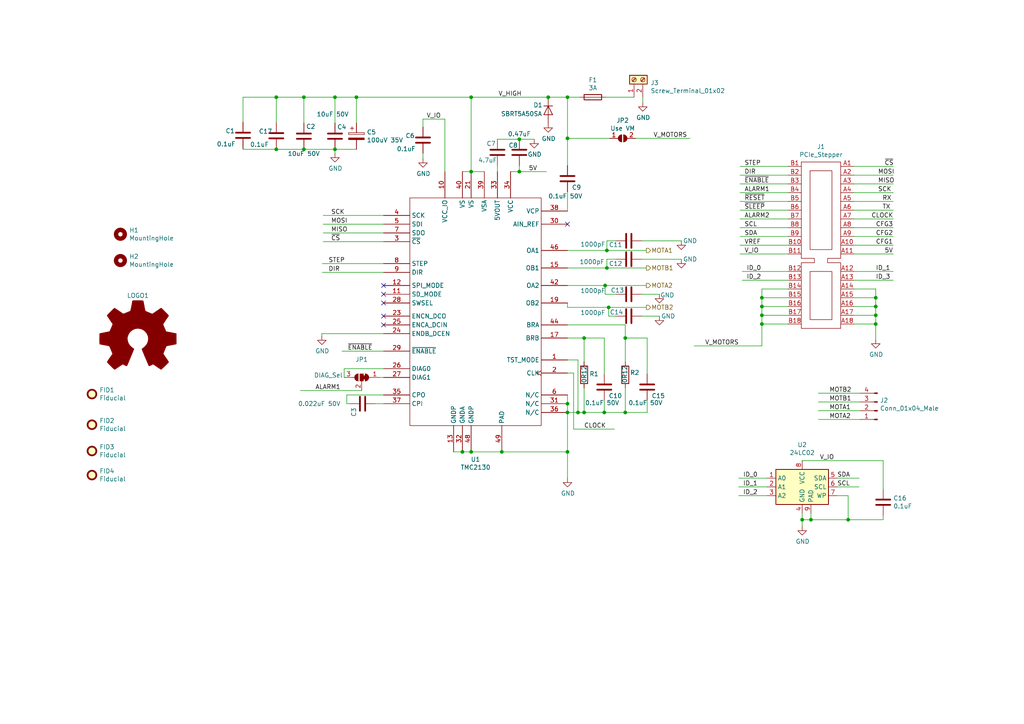
<source format=kicad_sch>
(kicad_sch (version 20200512) (host eeschema "5.99.0-unknown-d72a778~101~ubuntu20.04.1")
  (page 1 1)
  (paper "A4")
  (lib_symbols
    (symbol "24lc02:24LC02" (pin_names (offset 0.508))
      (property "Reference" "U" (at -6.35 6.35 0))
      (property "Value" "24LC02" (at 1.27 6.35 0))
      (symbol "24LC02_1_1"
        (rectangle (start -7.62 5.08) (end 7.62 -5.08) (stroke (width 0.254)) (fill (type background)))
        (pin input line (at -10.16 2.54 0) (length 2.54) (name "A0") (number "1"))
        (pin input line (at -10.16 0 0) (length 2.54) (name "A1") (number "2"))
        (pin input line (at -10.16 -2.54 0) (length 2.54) (name "A2") (number "3"))
        (pin power_in line (at 0 -7.62 90) (length 2.54) (name "GND") (number "4"))
        (pin bidirectional line (at 10.16 2.54 180) (length 2.54) (name "SDA") (number "5"))
        (pin input line (at 10.16 0 180) (length 2.54) (name "SCL") (number "6"))
        (pin input line (at 10.16 -2.54 180) (length 2.54) (name "WP") (number "7"))
        (pin power_in line (at 0 7.62 270) (length 2.54) (name "VCC") (number "8"))
        (pin power_in line (at 2.54 -7.62 90) (length 2.54) (name "PAD") (number "9"))
      )
    )
    (symbol "Connector:Conn_01x04_Male" (pin_names hide)
      (property "Reference" "J" (at 0 5.08 0))
      (property "Value" "Conn_01x04_Male" (at 0 -7.62 0))
      (symbol "Conn_01x04_Male_1_1"
        (rectangle (start 0.8636 -4.953) (end 0 -5.207) (fill (type outline)))
        (rectangle (start 0.8636 -2.413) (end 0 -2.667) (fill (type outline)))
        (rectangle (start 0.8636 0.127) (end 0 -0.127) (fill (type outline)))
        (rectangle (start 0.8636 2.667) (end 0 2.413) (fill (type outline)))
        (polyline (pts (xy 1.27 -5.08) (xy 0.8636 -5.08)))
        (polyline (pts (xy 1.27 -2.54) (xy 0.8636 -2.54)))
        (polyline (pts (xy 1.27 0) (xy 0.8636 0)))
        (polyline (pts (xy 1.27 2.54) (xy 0.8636 2.54)))
        (pin passive line (at 5.08 2.54 180) (length 3.81) (name "Pin_1") (number "1"))
        (pin passive line (at 5.08 0 180) (length 3.81) (name "Pin_2") (number "2"))
        (pin passive line (at 5.08 -2.54 180) (length 3.81) (name "Pin_3") (number "3"))
        (pin passive line (at 5.08 -5.08 180) (length 3.81) (name "Pin_4") (number "4"))
      )
    )
    (symbol "Connector:Screw_Terminal_01x02" (pin_names hide)
      (property "Reference" "J" (at 0 2.54 0))
      (property "Value" "Screw_Terminal_01x02" (at 0 -5.08 0))
      (symbol "Screw_Terminal_01x02_1_1"
        (circle (center 0 -2.54) (radius 0.635))
        (circle (center 0 0) (radius 0.635))
        (rectangle (start -1.27 1.27) (end 1.27 -3.81) (stroke (width 0.254)) (fill (type background)))
        (polyline (pts (xy -0.5334 -2.2098) (xy 0.3302 -3.048)))
        (polyline (pts (xy -0.5334 0.3302) (xy 0.3302 -0.508)))
        (polyline (pts (xy -0.3556 -2.032) (xy 0.508 -2.8702)))
        (polyline (pts (xy -0.3556 0.508) (xy 0.508 -0.3302)))
        (pin passive line (at -5.08 0 0) (length 3.81) (name "Pin_1") (number "1"))
        (pin passive line (at -5.08 -2.54 0) (length 3.81) (name "Pin_2") (number "2"))
      )
    )
    (symbol "Device:C" (pin_numbers hide) (pin_names (offset 0.254))
      (property "Reference" "C" (at 0.635 2.54 0))
      (property "Value" "C" (at 0.635 -2.54 0))
      (symbol "C_0_1"
        (polyline (pts (xy -2.032 -0.762) (xy 2.032 -0.762)) (stroke (width 0.508)))
        (polyline (pts (xy -2.032 0.762) (xy 2.032 0.762)) (stroke (width 0.508)))
      )
      (symbol "C_1_1"
        (pin passive line (at 0 3.81 270) (length 2.794) (name "~") (number "1"))
        (pin passive line (at 0 -3.81 90) (length 2.794) (name "~") (number "2"))
      )
    )
    (symbol "Device:CP" (pin_numbers hide) (pin_names (offset 0.254))
      (property "Reference" "C" (at 0.635 2.54 0))
      (property "Value" "CP" (at 0.635 -2.54 0))
      (symbol "CP_0_1"
        (rectangle (start -2.286 0.508) (end 2.286 1.016))
        (rectangle (start 2.286 -0.508) (end -2.286 -1.016) (fill (type outline)))
        (polyline (pts (xy -1.778 2.286) (xy -0.762 2.286)))
        (polyline (pts (xy -1.27 2.794) (xy -1.27 1.778)))
      )
      (symbol "CP_1_1"
        (pin passive line (at 0 3.81 270) (length 2.794) (name "~") (number "1"))
        (pin passive line (at 0 -3.81 90) (length 2.794) (name "~") (number "2"))
      )
    )
    (symbol "Device:D" (pin_numbers hide) (pin_names hide)
      (property "Reference" "D" (at 0 2.54 0))
      (property "Value" "D" (at 0 -2.54 0))
      (symbol "D_0_1"
        (polyline (pts (xy -1.27 1.27) (xy -1.27 -1.27)) (stroke (width 0.2032)))
        (polyline (pts (xy 1.27 0) (xy -1.27 0)))
        (polyline (pts (xy 1.27 1.27) (xy 1.27 -1.27) (xy -1.27 0) (xy 1.27 1.27)) (stroke (width 0.2032)))
      )
      (symbol "D_1_1"
        (pin passive line (at -3.81 0 0) (length 2.54) (name "K") (number "1"))
        (pin passive line (at 3.81 0 180) (length 2.54) (name "A") (number "2"))
      )
    )
    (symbol "Device:Fuse" (pin_numbers hide) (pin_names (offset 0))
      (property "Reference" "F" (at 2.032 0 90))
      (property "Value" "Fuse" (at -1.905 0 90))
      (symbol "Fuse_0_1"
        (rectangle (start -0.762 -2.54) (end 0.762 2.54) (stroke (width 0.254)))
        (polyline (pts (xy 0 2.54) (xy 0 -2.54)))
      )
      (symbol "Fuse_1_1"
        (pin passive line (at 0 3.81 270) (length 1.27) (name "~") (number "1"))
        (pin passive line (at 0 -3.81 90) (length 1.27) (name "~") (number "2"))
      )
    )
    (symbol "Device:R" (pin_numbers hide) (pin_names (offset 0))
      (property "Reference" "R" (at 2.032 0 90))
      (property "Value" "R" (at 0 0 90))
      (symbol "R_0_1"
        (rectangle (start -1.016 -2.54) (end 1.016 2.54) (stroke (width 0.254)))
      )
      (symbol "R_1_1"
        (pin passive line (at 0 3.81 270) (length 1.27) (name "~") (number "1"))
        (pin passive line (at 0 -3.81 90) (length 1.27) (name "~") (number "2"))
      )
    )
    (symbol "Graphic:Logo_Open_Hardware_Large"
      (symbol "Logo_Open_Hardware_Large_1_1"
        (polyline (pts (xy 6.731 -8.7122) (xy 6.6294 -8.6614) (xy 6.35 -8.4836) (xy 5.9944 -8.255) (xy 5.5372 -7.9502) (xy 5.1054 -7.6454) (xy 4.7498 -7.4168) (xy 4.4958 -7.239) (xy 4.3942 -7.1882) (xy 4.318 -7.2136) (xy 4.1148 -7.3152) (xy 3.81 -7.4676) (xy 3.6322 -7.5692) (xy 3.3528 -7.6708) (xy 3.2258 -7.6962) (xy 3.2004 -7.6708) (xy 3.0988 -7.4676) (xy 2.9464 -7.0866) (xy 2.7178 -6.604) (xy 2.4892 -6.0452) (xy 2.2352 -5.4356) (xy 1.9558 -4.826) (xy 1.7272 -4.2164) (xy 1.4986 -3.683) (xy 1.3208 -3.2512) (xy 1.2192 -2.9464) (xy 1.1684 -2.8194) (xy 1.1938 -2.794) (xy 1.3208 -2.667) (xy 1.5748 -2.4892) (xy 2.0828 -2.0574) (xy 2.6162 -1.397) (xy 2.921 -0.6604) (xy 3.048 0.1524) (xy 2.9464 0.9144) (xy 2.6416 1.6256) (xy 2.1336 2.286) (xy 1.524 2.7686) (xy 0.8128 3.0734) (xy 0 3.175) (xy -0.762 3.0988) (xy -1.4986 2.794) (xy -2.159 2.286) (xy -2.4384 1.9812) (xy -2.8194 1.3208) (xy -3.048 0.6096) (xy -3.0734 0.4318) (xy -3.0226 -0.3556) (xy -2.794 -1.0922) (xy -2.3876 -1.7526) (xy -1.8288 -2.3114) (xy -1.7526 -2.3622) (xy -1.4732 -2.5654) (xy -1.2954 -2.6924) (xy -1.1684 -2.8194) (xy -2.159 -5.207) (xy -2.3114 -5.588) (xy -2.5908 -6.2484) (xy -2.8194 -6.8072) (xy -3.0226 -7.2644) (xy -3.1496 -7.5692) (xy -3.2258 -7.6708) (xy -3.2258 -7.6962) (xy -3.302 -7.6962) (xy -3.4798 -7.6454) (xy -3.8354 -7.4676) (xy -4.0386 -7.366) (xy -4.2926 -7.239) (xy -4.4196 -7.1882) (xy -4.5212 -7.239) (xy -4.7498 -7.3914) (xy -5.1054 -7.6454) (xy -5.5372 -7.9248) (xy -5.9436 -8.2042) (xy -6.3246 -8.4582) (xy -6.604 -8.636) (xy -6.731 -8.7122) (xy -6.7564 -8.7122) (xy -6.858 -8.636) (xy -7.0866 -8.4582) (xy -7.4168 -8.1534) (xy -7.874 -7.6962) (xy -7.9502 -7.62) (xy -8.3312 -7.239) (xy -8.636 -6.9088) (xy -8.8392 -6.6802) (xy -8.9154 -6.5786) (xy -8.9154 -6.5786) (xy -8.8392 -6.4516) (xy -8.6614 -6.1722) (xy -8.4328 -5.7912) (xy -8.128 -5.3594) (xy -7.3152 -4.191) (xy -7.7724 -3.0988) (xy -7.8994 -2.7686) (xy -8.0772 -2.3622) (xy -8.2042 -2.0828) (xy -8.255 -1.9558) (xy -8.382 -1.905) (xy -8.6614 -1.8542) (xy -9.0932 -1.7526) (xy -9.6266 -1.651) (xy -10.1092 -1.5748) (xy -10.541 -1.4732) (xy -10.8712 -1.4224) (xy -11.0236 -1.397) (xy -11.049 -1.3716) (xy -11.0744 -1.2954) (xy -11.0998 -1.143) (xy -11.0998 -0.889) (xy -11.1252 -0.4572) (xy -11.1252 0.1524) (xy -11.1252 0.2286) (xy -11.0998 0.8128) (xy -11.0998 1.27) (xy -11.0744 1.5494) (xy -11.0744 1.6764) (xy -11.0744 1.6764) (xy -10.922 1.7018) (xy -10.6172 1.778) (xy -10.16 1.8542) (xy -9.652 1.9558) (xy -9.6012 1.9812) (xy -9.0932 2.0828) (xy -8.636 2.159) (xy -8.3312 2.2352) (xy -8.2042 2.286) (xy -8.1788 2.3114) (xy -8.0772 2.5146) (xy -7.9248 2.8448) (xy -7.747 3.2512) (xy -7.5692 3.6576) (xy -7.4168 4.0386) (xy -7.3152 4.318) (xy -7.2898 4.445) (xy -7.2898 4.445) (xy -7.366 4.572) (xy -7.5438 4.826) (xy -7.7978 5.207) (xy -8.128 5.6642) (xy -8.128 5.6896) (xy -8.4328 6.1468) (xy -8.6868 6.5278) (xy -8.8392 6.7818) (xy -8.9154 6.9088) (xy -8.9154 6.9088) (xy -8.8138 7.0358) (xy -8.5852 7.2898) (xy -8.255 7.6454) (xy -7.874 8.0264) (xy -7.747 8.1534) (xy -7.3152 8.5852) (xy -7.0104 8.8646) (xy -6.8326 8.9916) (xy -6.731 9.0424) (xy -6.731 9.0424) (xy -6.604 8.9408) (xy -6.3246 8.763) (xy -5.9436 8.509) (xy -5.4864 8.2042) (xy -5.461 8.1788) (xy -5.0038 7.874) (xy -4.6482 7.62) (xy -4.3688 7.4422) (xy -4.2672 7.3914) (xy -4.2418 7.3914) (xy -4.064 7.4422) (xy -3.7338 7.5438) (xy -3.3528 7.6962) (xy -2.9464 7.874) (xy -2.5654 8.0264) (xy -2.286 8.1534) (xy -2.159 8.2296) (xy -2.159 8.2296) (xy -2.1082 8.382) (xy -2.032 8.7122) (xy -1.9304 9.1694) (xy -1.8288 9.7282) (xy -1.8034 9.8044) (xy -1.7018 10.3378) (xy -1.6256 10.7696) (xy -1.5748 11.0744) (xy -1.524 11.2014) (xy -1.4478 11.2268) (xy -1.1938 11.2522) (xy -0.8128 11.2522) (xy -0.3302 11.2522) (xy 0.1524 11.2522) (xy 0.6604 11.2522) (xy 1.0668 11.2268) (xy 1.3716 11.2014) (xy 1.4986 11.176) (xy 1.4986 11.176) (xy 1.5494 11.0236) (xy 1.6256 10.6934) (xy 1.7018 10.2108) (xy 1.8288 9.6774) (xy 1.8288 9.5758) (xy 1.9304 9.0424) (xy 2.032 8.6106) (xy 2.0828 8.3058) (xy 2.1336 8.2042) (xy 2.159 8.1788) (xy 2.3876 8.0772) (xy 2.7432 7.9248) (xy 3.175 7.747) (xy 4.191 7.3406) (xy 5.461 8.2042) (xy 5.5626 8.2804) (xy 6.0198 8.5852) (xy 6.3754 8.8392) (xy 6.6294 8.9916) (xy 6.7564 9.0424) (xy 6.7564 9.0424) (xy 6.8834 8.9408) (xy 7.1374 8.7122) (xy 7.4676 8.382) (xy 7.8486 7.9756) (xy 8.1534 7.6962) (xy 8.4836 7.3406) (xy 8.7122 7.112) (xy 8.8392 6.9596) (xy 8.8646 6.858) (xy 8.8646 6.8072) (xy 8.7884 6.6802) (xy 8.6106 6.4008) (xy 8.3312 6.0198) (xy 8.0264 5.588) (xy 7.7978 5.207) (xy 7.5184 4.8006) (xy 7.3406 4.4958) (xy 7.2898 4.3434) (xy 7.2898 4.2926) (xy 7.3914 4.0386) (xy 7.5184 3.683) (xy 7.7216 3.2258) (xy 8.1534 2.2352) (xy 8.7884 2.1082) (xy 9.1948 2.0574) (xy 9.7536 1.9304) (xy 10.2616 1.8288) (xy 11.0998 1.6764) (xy 11.1252 -1.3208) (xy 10.9982 -1.3716) (xy 10.8712 -1.397) (xy 10.5664 -1.4732) (xy 10.1346 -1.5494) (xy 9.6266 -1.651) (xy 9.1948 -1.7272) (xy 8.7376 -1.8288) (xy 8.4328 -1.8796) (xy 8.2804 -1.905) (xy 8.255 -1.9558) (xy 8.1534 -2.159) (xy 7.9756 -2.5146) (xy 7.8232 -2.921) (xy 7.6454 -3.3274) (xy 7.493 -3.7338) (xy 7.366 -4.0132) (xy 7.3406 -4.191) (xy 7.3914 -4.2926) (xy 7.5692 -4.5466) (xy 7.7978 -4.9276) (xy 8.1026 -5.3594) (xy 8.4074 -5.7912) (xy 8.6614 -6.1722) (xy 8.8138 -6.4262) (xy 8.89 -6.5532) (xy 8.8646 -6.6548) (xy 8.6868 -6.858) (xy 8.3566 -7.1882) (xy 7.874 -7.6708) (xy 7.7978 -7.747) (xy 7.3914 -8.128) (xy 7.0612 -8.4328) (xy 6.8326 -8.636) (xy 6.731 -8.7122)) (fill (type outline)))
      )
    )
    (symbol "Jumper:SolderJumper_2_Open" (pin_names (offset 0) hide)
      (property "Reference" "JP" (at 0 2.032 0))
      (property "Value" "SolderJumper_2_Open" (at 0 -2.54 0))
      (symbol "SolderJumper_2_Open_0_1"
        (arc (start -0.254 1.016) (end -0.254 -1.016) (radius (at -0.254 0) (length 1.016) (angles 90.1 -90.1)))
        (arc (start -0.254 1.016) (end -0.254 -1.016) (radius (at -0.254 0) (length 1.016) (angles 90.1 -90.1)) (fill (type outline)))
        (arc (start 0.254 -1.016) (end 0.254 1.016) (radius (at 0.254 0) (length 1.016) (angles -89.9 89.9)))
        (arc (start 0.254 -1.016) (end 0.254 1.016) (radius (at 0.254 0) (length 1.016) (angles -89.9 89.9)) (fill (type outline)))
        (polyline (pts (xy -0.254 1.016) (xy -0.254 -1.016)))
        (polyline (pts (xy 0.254 1.016) (xy 0.254 -1.016)))
      )
      (symbol "SolderJumper_2_Open_1_1"
        (pin passive line (at -3.81 0 0) (length 2.54) (name "A") (number "1"))
        (pin passive line (at 3.81 0 180) (length 2.54) (name "B") (number "2"))
      )
    )
    (symbol "Jumper:SolderJumper_3_Bridged12" (pin_names (offset 0) hide)
      (property "Reference" "JP" (at -2.54 -2.54 0))
      (property "Value" "SolderJumper_3_Bridged12" (at 0 2.794 0))
      (symbol "SolderJumper_3_Bridged12_0_1"
        (arc (start -1.016 1.016) (end -1.016 -1.016) (radius (at -1.016 0) (length 1.016) (angles 90.1 -90.1)))
        (arc (start -1.016 1.016) (end -1.016 -1.016) (radius (at -1.016 0) (length 1.016) (angles 90.1 -90.1)) (fill (type outline)))
        (arc (start 1.016 -1.016) (end 1.016 1.016) (radius (at 1.016 0) (length 1.016) (angles -89.9 89.9)))
        (arc (start 1.016 -1.016) (end 1.016 1.016) (radius (at 1.016 0) (length 1.016) (angles -89.9 89.9)) (fill (type outline)))
        (rectangle (start -1.016 0.508) (end -0.508 -0.508) (fill (type outline)))
        (rectangle (start -0.508 1.016) (end 0.508 -1.016) (fill (type outline)))
        (polyline (pts (xy -2.54 0) (xy -2.032 0)))
        (polyline (pts (xy -1.016 1.016) (xy -1.016 -1.016)))
        (polyline (pts (xy 0 -1.27) (xy 0 -1.016)))
        (polyline (pts (xy 1.016 1.016) (xy 1.016 -1.016)))
        (polyline (pts (xy 2.54 0) (xy 2.032 0)))
      )
      (symbol "SolderJumper_3_Bridged12_1_1"
        (pin passive line (at -5.08 0 0) (length 2.54) (name "A") (number "1"))
        (pin input line (at 0 -3.81 90) (length 2.54) (name "C") (number "2"))
        (pin passive line (at 5.08 0 180) (length 2.54) (name "B") (number "3"))
      )
    )
    (symbol "Mechanical:Fiducial" (pin_names (offset 0.508))
      (property "Reference" "FID" (at 0 5.08 0))
      (property "Value" "Fiducial" (at 0 3.175 0))
      (symbol "Fiducial_0_1"
        (circle (center 0 0) (radius 1.27) (stroke (width 0.508)) (fill (type background)))
      )
    )
    (symbol "Mechanical:MountingHole"
      (property "Reference" "H" (at 0 5.08 0))
      (property "Value" "MountingHole" (at 0 3.175 0))
      (symbol "MountingHole_0_1"
        (circle (center 0 0) (radius 1.27) (stroke (width 1.27)))
      )
    )
    (symbol "power:GND" (power) (pin_names (offset 0))
      (property "Value" "GND" (at 0 -3.81 0))
      (symbol "GND_0_1"
        (polyline (pts (xy 0 0) (xy 0 -1.27) (xy 1.27 -1.27) (xy 0 -2.54) (xy -1.27 -1.27) (xy 0 -1.27)))
      )
      (symbol "GND_1_1"
        (pin power_in line (at 0 0 270) (length 0) (name "GND") (number "1") hide)
      )
    )
    (symbol "stp_conn_v2:PCIe_Stepper"
      (property "Reference" "J" (at 0 12.7 0))
      (property "Value" "PCIe_Stepper" (at 1.27 29.21 0))
      (symbol "PCIe_Stepper_0_1"
        (rectangle (start -2.54 -3.81) (end 3.81 -17.78))
        (rectangle (start -2.54 25.4) (end 3.81 2.54))
        (polyline (pts (xy -5.08 27.94) (xy 6.35 27.94) (xy 6.35 0) (xy 2.54 0) (xy 2.54 -1.27) (xy 6.35 -1.27) (xy 6.35 -20.32) (xy -5.08 -20.32) (xy -5.08 -1.27) (xy -1.27 -1.27) (xy -1.27 0) (xy -5.08 0) (xy -5.08 27.94)))
      )
      (symbol "PCIe_Stepper_1_1"
        (pin unspecified line (at 10.16 26.67 180) (length 3.81) (name "~") (number "A1"))
        (pin unspecified line (at 10.16 3.81 180) (length 3.81) (name "~") (number "A10"))
        (pin unspecified line (at 10.16 1.27 180) (length 3.81) (name "~") (number "A11"))
        (pin unspecified line (at 10.16 -3.81 180) (length 3.81) (name "~") (number "A12"))
        (pin unspecified line (at 10.16 -6.35 180) (length 3.81) (name "~") (number "A13"))
        (pin unspecified line (at 10.16 -8.89 180) (length 3.81) (name "~") (number "A14"))
        (pin unspecified line (at 10.16 -11.43 180) (length 3.81) (name "~") (number "A15"))
        (pin unspecified line (at 10.16 -13.97 180) (length 3.81) (name "~") (number "A16"))
        (pin unspecified line (at 10.16 -16.51 180) (length 3.81) (name "~") (number "A17"))
        (pin unspecified line (at 10.16 -19.05 180) (length 3.81) (name "~") (number "A18"))
        (pin unspecified line (at 10.16 24.13 180) (length 3.81) (name "~") (number "A2"))
        (pin unspecified line (at 10.16 21.59 180) (length 3.81) (name "~") (number "A3"))
        (pin unspecified line (at 10.16 19.05 180) (length 3.81) (name "~") (number "A4"))
        (pin unspecified line (at 10.16 16.51 180) (length 3.81) (name "~") (number "A5"))
        (pin unspecified line (at 10.16 13.97 180) (length 3.81) (name "~") (number "A6"))
        (pin unspecified line (at 10.16 11.43 180) (length 3.81) (name "~") (number "A7"))
        (pin unspecified line (at 10.16 8.89 180) (length 3.81) (name "~") (number "A8"))
        (pin unspecified line (at 10.16 6.35 180) (length 3.81) (name "~") (number "A9"))
        (pin unspecified line (at -8.89 26.67 0) (length 3.81) (name "~") (number "B1"))
        (pin unspecified line (at -8.89 3.81 0) (length 3.81) (name "~") (number "B10"))
        (pin unspecified line (at -8.89 1.27 0) (length 3.81) (name "~") (number "B11"))
        (pin unspecified line (at -8.89 -3.81 0) (length 3.81) (name "~") (number "B12"))
        (pin unspecified line (at -8.89 -6.35 0) (length 3.81) (name "~") (number "B13"))
        (pin unspecified line (at -8.89 -8.89 0) (length 3.81) (name "~") (number "B14"))
        (pin unspecified line (at -8.89 -11.43 0) (length 3.81) (name "~") (number "B15"))
        (pin unspecified line (at -8.89 -13.97 0) (length 3.81) (name "~") (number "B16"))
        (pin unspecified line (at -8.89 -16.51 0) (length 3.81) (name "~") (number "B17"))
        (pin unspecified line (at -8.89 -19.05 0) (length 3.81) (name "~") (number "B18"))
        (pin unspecified line (at -8.89 24.13 0) (length 3.81) (name "~") (number "B2"))
        (pin unspecified line (at -8.89 21.59 0) (length 3.81) (name "~") (number "B3"))
        (pin unspecified line (at -8.89 19.05 0) (length 3.81) (name "~") (number "B4"))
        (pin unspecified line (at -8.89 16.51 0) (length 3.81) (name "~") (number "B5"))
        (pin unspecified line (at -8.89 13.97 0) (length 3.81) (name "~") (number "B6"))
        (pin unspecified line (at -8.89 11.43 0) (length 3.81) (name "~") (number "B7"))
        (pin unspecified line (at -8.89 8.89 0) (length 3.81) (name "~") (number "B8"))
        (pin unspecified line (at -8.89 6.35 0) (length 3.81) (name "~") (number "B9"))
      )
    )
    (symbol "tmc5130:TMC5130"
      (property "Reference" "U" (at 0 -2.54 0))
      (property "Value" "TMC5130" (at 0 2.54 0))
      (symbol "TMC5130_1_0"
        (rectangle (start -19.05 -40.64) (end 19.05 25.4))
      )
      (symbol "TMC5130_1_1"
        (pin input line (at 26.67 -21.59 180) (length 7.62) (name "TST_MODE") (number "1"))
        (pin power_in line (at -8.89 33.02 270) (length 7.62) (name "VCC_IO") (number "10"))
        (pin input line (at -26.67 -2.54 0) (length 7.62) (name "SD_MODE") (number "11"))
        (pin input line (at -26.67 0 0) (length 7.62) (name "SPI_MODE") (number "12"))
        (pin power_in line (at -6.35 -48.26 90) (length 7.62) (name "GNDP") (number "13"))
        (pin passive line (at 26.67 5.08 180) (length 7.62) (name "OB1") (number "15"))
        (pin passive line (at 26.67 -15.24 180) (length 7.62) (name "BRB") (number "17"))
        (pin passive line (at 26.67 -5.08 180) (length 7.62) (name "OB2") (number "19"))
        (pin input clock (at 26.67 -25.4 180) (length 7.62) (name "CLK") (number "2"))
        (pin power_in line (at -1.27 33.02 270) (length 7.62) (name "VS") (number "21"))
        (pin bidirectional line (at -26.67 -8.89 0) (length 7.62) (name "ENCN_DCO") (number "23"))
        (pin bidirectional line (at -26.67 -13.97 0) (length 7.62) (name "ENDB_DCEN") (number "24"))
        (pin bidirectional line (at -26.67 -11.43 0) (length 7.62) (name "ENCA_DCIN") (number "25"))
        (pin output line (at -26.67 -24.13 0) (length 7.62) (name "DIAG0") (number "26"))
        (pin output line (at -26.67 -26.67 0) (length 7.62) (name "DIAG1") (number "27"))
        (pin input line (at -26.67 -5.08 0) (length 7.62) (name "SWSEL") (number "28"))
        (pin input line (at -26.67 -19.05 0) (length 7.62) (name "~ENABLE") (number "29"))
        (pin input line (at -26.67 12.7 0) (length 7.62) (name "~CS") (number "3"))
        (pin passive line (at 26.67 17.78 180) (length 7.62) (name "AIN_REF") (number "30"))
        (pin passive line (at 26.67 -34.29 180) (length 7.62) (name "N/C") (number "31"))
        (pin power_in line (at -3.81 -48.26 90) (length 7.62) (name "GNDA") (number "32"))
        (pin power_out line (at 6.35 33.02 270) (length 7.62) (name "5VOUT") (number "33"))
        (pin power_in line (at 10.16 33.02 270) (length 7.62) (name "VCC") (number "34"))
        (pin passive line (at -26.67 -31.75 0) (length 7.62) (name "CPO") (number "35"))
        (pin passive line (at 26.67 -36.83 180) (length 7.62) (name "N/C") (number "36"))
        (pin passive line (at -26.67 -34.29 0) (length 7.62) (name "CPI") (number "37"))
        (pin power_in line (at 26.67 21.59 180) (length 7.62) (name "VCP") (number "38"))
        (pin power_in line (at 2.54 33.02 270) (length 7.62) (name "VSA") (number "39"))
        (pin input line (at -26.67 20.32 0) (length 7.62) (name "SCK") (number "4"))
        (pin power_in line (at -3.81 33.02 270) (length 7.62) (name "VS") (number "40"))
        (pin passive line (at 26.67 0 180) (length 7.62) (name "OA2") (number "42"))
        (pin passive line (at 26.67 -11.43 180) (length 7.62) (name "BRA") (number "44"))
        (pin passive line (at 26.67 10.16 180) (length 7.62) (name "OA1") (number "46"))
        (pin power_in line (at -1.27 -48.26 90) (length 7.62) (name "GNDP") (number "48"))
        (pin passive line (at 7.62 -48.26 90) (length 7.62) (name "PAD") (number "49"))
        (pin input line (at -26.67 17.78 0) (length 7.62) (name "SDI") (number "5"))
        (pin passive line (at 26.67 -31.75 180) (length 7.62) (name "N/C") (number "6"))
        (pin output line (at -26.67 15.24 0) (length 7.62) (name "SDO") (number "7"))
        (pin input line (at -26.67 6.35 0) (length 7.62) (name "STEP") (number "8"))
        (pin input line (at -26.67 3.81 0) (length 7.62) (name "DIR") (number "9"))
      )
    )
  )
  (junction (at 80.137 28.194))
  (junction (at 80.137 43.307))
  (junction (at 88.138 28.194))
  (junction (at 88.138 43.307))
  (junction (at 97.155 28.194))
  (junction (at 97.155 43.307))
  (junction (at 103.378 28.194))
  (junction (at 134.112 131.064))
  (junction (at 136.652 28.194))
  (junction (at 136.652 49.784))
  (junction (at 136.652 131.064))
  (junction (at 145.542 131.064))
  (junction (at 150.622 40.386))
  (junction (at 150.622 49.784))
  (junction (at 159.004 28.194))
  (junction (at 164.592 28.194))
  (junction (at 164.592 40.132))
  (junction (at 164.592 117.094))
  (junction (at 164.592 119.634))
  (junction (at 164.592 131.064))
  (junction (at 167.64 119.634))
  (junction (at 169.418 98.044))
  (junction (at 169.418 119.634))
  (junction (at 175.26 119.634))
  (junction (at 175.514 82.804))
  (junction (at 176.022 72.644))
  (junction (at 176.022 77.724))
  (junction (at 176.53 89.154))
  (junction (at 181.356 98.044))
  (junction (at 181.356 119.634))
  (junction (at 220.98 86.36))
  (junction (at 220.98 88.9))
  (junction (at 220.98 91.44))
  (junction (at 220.98 93.98))
  (junction (at 232.664 150.749))
  (junction (at 235.204 150.749))
  (junction (at 245.999 150.749))
  (junction (at 254 86.36))
  (junction (at 254 88.9))
  (junction (at 254 91.44))
  (junction (at 254 93.98))
  (no_connect (at 164.592 65.024))
  (no_connect (at 111.252 94.234))
  (no_connect (at 111.252 87.884))
  (no_connect (at 111.252 82.804))
  (no_connect (at 111.252 91.694))
  (no_connect (at 111.252 85.344))
  (wire (pts (xy 70.485 28.194) (xy 80.137 28.194)))
  (wire (pts (xy 70.485 35.433) (xy 70.485 28.194)))
  (wire (pts (xy 70.485 43.307) (xy 70.485 43.053)))
  (wire (pts (xy 80.137 28.194) (xy 80.137 35.56)))
  (wire (pts (xy 80.137 28.194) (xy 88.138 28.194)))
  (wire (pts (xy 80.137 43.307) (xy 70.485 43.307)))
  (wire (pts (xy 80.137 43.307) (xy 80.137 43.18)))
  (wire (pts (xy 87.122 113.284) (xy 104.902 113.284)))
  (wire (pts (xy 88.138 28.194) (xy 97.155 28.194)))
  (wire (pts (xy 88.138 35.687) (xy 88.138 28.194)))
  (wire (pts (xy 88.138 43.307) (xy 80.137 43.307)))
  (wire (pts (xy 93.345 96.774) (xy 93.345 97.409)))
  (wire (pts (xy 93.472 76.454) (xy 111.252 76.454)))
  (wire (pts (xy 93.472 78.994) (xy 111.252 78.994)))
  (wire (pts (xy 97.155 28.194) (xy 103.378 28.194)))
  (wire (pts (xy 97.155 35.687) (xy 97.155 28.194)))
  (wire (pts (xy 97.155 43.307) (xy 88.138 43.307)))
  (wire (pts (xy 97.155 44.45) (xy 97.155 43.307)))
  (wire (pts (xy 99.822 106.934) (xy 99.822 109.474)))
  (wire (pts (xy 100.584 114.554) (xy 100.584 117.094)))
  (wire (pts (xy 100.584 117.094) (xy 101.346 117.094)))
  (wire (pts (xy 103.378 28.194) (xy 136.652 28.194)))
  (wire (pts (xy 103.378 35.687) (xy 103.378 28.194)))
  (wire (pts (xy 103.378 43.307) (xy 97.155 43.307)))
  (wire (pts (xy 111.252 62.484) (xy 93.726 62.484)))
  (wire (pts (xy 111.252 65.024) (xy 93.726 65.024)))
  (wire (pts (xy 111.252 67.564) (xy 93.726 67.564)))
  (wire (pts (xy 111.252 70.104) (xy 93.726 70.104)))
  (wire (pts (xy 111.252 96.774) (xy 93.345 96.774)))
  (wire (pts (xy 111.252 101.854) (xy 99.187 101.854)))
  (wire (pts (xy 111.252 106.934) (xy 99.822 106.934)))
  (wire (pts (xy 111.252 109.474) (xy 109.982 109.474)))
  (wire (pts (xy 111.252 114.554) (xy 100.584 114.554)))
  (wire (pts (xy 111.252 117.094) (xy 108.966 117.094)))
  (wire (pts (xy 122.682 34.544) (xy 129.032 34.544)))
  (wire (pts (xy 122.682 36.83) (xy 122.682 34.544)))
  (wire (pts (xy 122.682 45.974) (xy 122.682 44.45)))
  (wire (pts (xy 129.032 49.784) (xy 129.032 34.544)))
  (wire (pts (xy 131.572 131.064) (xy 134.112 131.064)))
  (wire (pts (xy 134.112 49.784) (xy 136.652 49.784)))
  (wire (pts (xy 134.112 131.064) (xy 136.652 131.064)))
  (wire (pts (xy 136.652 28.194) (xy 159.004 28.194)))
  (wire (pts (xy 136.652 49.784) (xy 136.652 28.194)))
  (wire (pts (xy 136.652 49.784) (xy 140.462 49.784)))
  (wire (pts (xy 136.652 131.064) (xy 145.542 131.064)))
  (wire (pts (xy 144.272 48.006) (xy 144.272 49.784)))
  (wire (pts (xy 145.542 131.064) (xy 164.592 131.064)))
  (wire (pts (xy 150.622 40.386) (xy 144.272 40.386)))
  (wire (pts (xy 150.622 48.006) (xy 150.622 49.784)))
  (wire (pts (xy 150.622 49.784) (xy 148.082 49.784)))
  (wire (pts (xy 150.622 49.784) (xy 158.496 49.784)))
  (wire (pts (xy 154.94 40.386) (xy 150.622 40.386)))
  (wire (pts (xy 159.004 28.194) (xy 164.592 28.194)))
  (wire (pts (xy 164.592 28.194) (xy 164.592 40.132)))
  (wire (pts (xy 164.592 48.006) (xy 164.592 40.132)))
  (wire (pts (xy 164.592 55.626) (xy 164.592 61.214)))
  (wire (pts (xy 164.592 72.644) (xy 176.022 72.644)))
  (wire (pts (xy 164.592 77.724) (xy 176.022 77.724)))
  (wire (pts (xy 164.592 89.154) (xy 164.592 87.884)))
  (wire (pts (xy 164.592 94.234) (xy 181.356 94.234)))
  (wire (pts (xy 164.592 98.044) (xy 169.418 98.044)))
  (wire (pts (xy 164.592 104.394) (xy 167.64 104.394)))
  (wire (pts (xy 164.592 108.204) (xy 166.37 108.204)))
  (wire (pts (xy 164.592 114.554) (xy 164.592 117.094)))
  (wire (pts (xy 164.592 117.094) (xy 164.592 119.634)))
  (wire (pts (xy 164.592 131.064) (xy 164.592 119.634)))
  (wire (pts (xy 164.592 138.684) (xy 164.592 131.064)))
  (wire (pts (xy 166.37 108.204) (xy 166.37 124.46)))
  (wire (pts (xy 166.37 124.46) (xy 178.181 124.46)))
  (wire (pts (xy 167.64 104.394) (xy 167.64 119.634)))
  (wire (pts (xy 167.64 119.634) (xy 164.592 119.634)))
  (wire (pts (xy 168.148 28.194) (xy 164.592 28.194)))
  (wire (pts (xy 169.418 98.044) (xy 169.418 104.902)))
  (wire (pts (xy 169.418 98.044) (xy 175.26 98.044)))
  (wire (pts (xy 169.418 112.522) (xy 169.418 119.634)))
  (wire (pts (xy 169.418 119.634) (xy 167.64 119.634)))
  (wire (pts (xy 175.26 98.044) (xy 175.26 108.458)))
  (wire (pts (xy 175.26 116.078) (xy 175.26 119.634)))
  (wire (pts (xy 175.26 119.634) (xy 169.418 119.634)))
  (wire (pts (xy 175.26 119.634) (xy 181.356 119.634)))
  (wire (pts (xy 175.514 82.804) (xy 164.592 82.804)))
  (wire (pts (xy 175.514 85.344) (xy 175.514 82.804)))
  (wire (pts (xy 176.022 69.85) (xy 176.022 72.644)))
  (wire (pts (xy 176.022 72.644) (xy 187.452 72.644)))
  (wire (pts (xy 176.022 75.184) (xy 176.022 77.724)))
  (wire (pts (xy 176.022 77.724) (xy 187.452 77.724)))
  (wire (pts (xy 176.53 89.154) (xy 164.592 89.154)))
  (wire (pts (xy 176.53 91.694) (xy 176.53 89.154)))
  (wire (pts (xy 176.784 40.132) (xy 164.592 40.132)))
  (wire (pts (xy 178.562 69.85) (xy 176.022 69.85)))
  (wire (pts (xy 178.562 75.184) (xy 176.022 75.184)))
  (wire (pts (xy 178.562 85.344) (xy 175.514 85.344)))
  (wire (pts (xy 178.562 91.694) (xy 176.53 91.694)))
  (wire (pts (xy 181.356 94.234) (xy 181.356 98.044)))
  (wire (pts (xy 181.356 98.044) (xy 181.356 104.902)))
  (wire (pts (xy 181.356 98.044) (xy 187.706 98.044)))
  (wire (pts (xy 181.356 112.522) (xy 181.356 119.634)))
  (wire (pts (xy 181.356 119.634) (xy 187.706 119.634)))
  (wire (pts (xy 183.896 28.194) (xy 175.768 28.194)))
  (wire (pts (xy 184.404 40.132) (xy 200.152 40.132)))
  (wire (pts (xy 186.182 85.344) (xy 191.262 85.344)))
  (wire (pts (xy 186.182 91.694) (xy 191.262 91.694)))
  (wire (pts (xy 186.436 29.718) (xy 186.436 28.194)))
  (wire (pts (xy 187.452 82.804) (xy 175.514 82.804)))
  (wire (pts (xy 187.452 89.154) (xy 176.53 89.154)))
  (wire (pts (xy 187.706 98.044) (xy 187.706 108.458)))
  (wire (pts (xy 187.706 116.078) (xy 187.706 119.634)))
  (wire (pts (xy 197.612 69.85) (xy 186.182 69.85)))
  (wire (pts (xy 197.612 75.184) (xy 186.182 75.184)))
  (wire (pts (xy 220.98 83.82) (xy 220.98 86.36)))
  (wire (pts (xy 220.98 86.36) (xy 220.98 88.9)))
  (wire (pts (xy 220.98 88.9) (xy 220.98 91.44)))
  (wire (pts (xy 220.98 91.44) (xy 220.98 93.98)))
  (wire (pts (xy 220.98 93.98) (xy 220.98 100.33)))
  (wire (pts (xy 220.98 100.33) (xy 201.295 100.33)))
  (wire (pts (xy 222.504 138.684) (xy 214.249 138.684)))
  (wire (pts (xy 222.504 141.224) (xy 214.249 141.224)))
  (wire (pts (xy 222.504 143.764) (xy 214.249 143.764)))
  (wire (pts (xy 228.6 48.26) (xy 214.63 48.26)))
  (wire (pts (xy 228.6 50.8) (xy 214.63 50.8)))
  (wire (pts (xy 228.6 53.34) (xy 214.63 53.34)))
  (wire (pts (xy 228.6 55.88) (xy 214.63 55.88)))
  (wire (pts (xy 228.6 58.42) (xy 214.63 58.42)))
  (wire (pts (xy 228.6 60.96) (xy 214.63 60.96)))
  (wire (pts (xy 228.6 63.5) (xy 214.63 63.5)))
  (wire (pts (xy 228.6 66.04) (xy 214.63 66.04)))
  (wire (pts (xy 228.6 68.58) (xy 214.63 68.58)))
  (wire (pts (xy 228.6 71.12) (xy 214.63 71.12)))
  (wire (pts (xy 228.6 73.66) (xy 214.63 73.66)))
  (wire (pts (xy 228.6 78.74) (xy 215.265 78.74)))
  (wire (pts (xy 228.6 81.28) (xy 215.265 81.28)))
  (wire (pts (xy 228.6 83.82) (xy 220.98 83.82)))
  (wire (pts (xy 228.6 86.36) (xy 220.98 86.36)))
  (wire (pts (xy 228.6 88.9) (xy 220.98 88.9)))
  (wire (pts (xy 228.6 91.44) (xy 220.98 91.44)))
  (wire (pts (xy 228.6 93.98) (xy 220.98 93.98)))
  (wire (pts (xy 232.664 150.749) (xy 232.664 148.844)))
  (wire (pts (xy 232.664 152.654) (xy 232.664 150.749)))
  (wire (pts (xy 235.204 148.844) (xy 235.204 150.749)))
  (wire (pts (xy 235.204 150.749) (xy 232.664 150.749)))
  (wire (pts (xy 242.824 138.684) (xy 249.174 138.684)))
  (wire (pts (xy 242.824 141.224) (xy 249.174 141.224)))
  (wire (pts (xy 242.824 143.764) (xy 245.999 143.764)))
  (wire (pts (xy 245.999 143.764) (xy 245.999 150.749)))
  (wire (pts (xy 245.999 150.749) (xy 235.204 150.749)))
  (wire (pts (xy 247.65 48.26) (xy 259.08 48.26)))
  (wire (pts (xy 247.65 50.8) (xy 259.08 50.8)))
  (wire (pts (xy 247.65 53.34) (xy 259.08 53.34)))
  (wire (pts (xy 247.65 55.88) (xy 259.08 55.88)))
  (wire (pts (xy 247.65 58.42) (xy 259.08 58.42)))
  (wire (pts (xy 247.65 60.96) (xy 259.08 60.96)))
  (wire (pts (xy 247.65 63.5) (xy 259.08 63.5)))
  (wire (pts (xy 247.65 66.04) (xy 259.08 66.04)))
  (wire (pts (xy 247.65 68.58) (xy 259.08 68.58)))
  (wire (pts (xy 247.65 71.12) (xy 259.08 71.12)))
  (wire (pts (xy 247.65 73.66) (xy 259.08 73.66)))
  (wire (pts (xy 247.65 78.74) (xy 259.08 78.74)))
  (wire (pts (xy 247.65 81.28) (xy 259.08 81.28)))
  (wire (pts (xy 247.65 83.82) (xy 254 83.82)))
  (wire (pts (xy 247.65 86.36) (xy 254 86.36)))
  (wire (pts (xy 247.65 88.9) (xy 254 88.9)))
  (wire (pts (xy 247.65 91.44) (xy 254 91.44)))
  (wire (pts (xy 247.65 93.98) (xy 254 93.98)))
  (wire (pts (xy 249.428 114.046) (xy 237.363 114.046)))
  (wire (pts (xy 249.428 116.586) (xy 237.363 116.586)))
  (wire (pts (xy 249.428 119.126) (xy 237.363 119.126)))
  (wire (pts (xy 249.428 121.666) (xy 237.363 121.666)))
  (wire (pts (xy 254 83.82) (xy 254 86.36)))
  (wire (pts (xy 254 86.36) (xy 254 88.9)))
  (wire (pts (xy 254 88.9) (xy 254 91.44)))
  (wire (pts (xy 254 91.44) (xy 254 93.98)))
  (wire (pts (xy 254 93.98) (xy 254 98.425)))
  (wire (pts (xy 256.159 133.604) (xy 232.664 133.604)))
  (wire (pts (xy 256.159 133.604) (xy 256.159 141.859)))
  (wire (pts (xy 256.159 149.479) (xy 256.159 150.749)))
  (wire (pts (xy 256.159 150.749) (xy 245.999 150.749)))
  (label "ALARM1" (at 91.44 113.284 0))
  (label "STEP" (at 95.25 76.454 0))
  (label "DIR" (at 95.25 78.994 0))
  (label "SCK" (at 96.012 62.484 0))
  (label "MOSI" (at 96.012 65.024 0))
  (label "MISO" (at 96.012 67.564 0))
  (label "~CS" (at 96.012 70.104 0))
  (label "~ENABLE" (at 100.838 101.854 0))
  (label "V_IO" (at 123.698 34.544 0))
  (label "V_HIGH" (at 144.526 28.194 0))
  (label "5V" (at 155.829 49.784 180))
  (label "CLOCK" (at 175.768 124.46 180))
  (label "V_MOTORS" (at 189.484 40.132 0))
  (label "V_MOTORS" (at 204.47 100.33 0))
  (label "ID_0" (at 215.519 138.684 0))
  (label "ID_1" (at 215.519 141.224 0))
  (label "ID_2" (at 215.519 143.764 0))
  (label "STEP" (at 215.9 48.26 0))
  (label "DIR" (at 215.9 50.8 0))
  (label "~ENABLE" (at 215.9 53.34 0))
  (label "ALARM1" (at 215.9 55.88 0))
  (label "~RESET" (at 215.9 58.42 0))
  (label "~SLEEP" (at 215.9 60.96 0))
  (label "ALARM2" (at 215.9 63.5 0))
  (label "SCL" (at 215.9 66.04 0))
  (label "SDA" (at 215.9 68.58 0))
  (label "VREF" (at 215.9 71.12 0))
  (label "V_IO" (at 215.9 73.66 0))
  (label "ID_0" (at 216.535 78.74 0))
  (label "ID_2" (at 216.535 81.28 0))
  (label "V_IO" (at 237.744 133.604 0))
  (label "MOTB2" (at 240.538 114.046 0))
  (label "MOTB1" (at 240.538 116.586 0))
  (label "MOTA1" (at 240.538 119.126 0))
  (label "MOTA2" (at 240.538 121.666 0))
  (label "SDA" (at 242.824 138.684 0))
  (label "SCL" (at 242.824 141.224 0))
  (label "CFG3" (at 254 66.04 0))
  (label "CFG2" (at 254 68.58 0))
  (label "CFG1" (at 254 71.12 0))
  (label "ID_1" (at 254 78.74 0))
  (label "ID_3" (at 254 81.28 0))
  (label "MOSI" (at 254.635 50.8 0))
  (label "MISO" (at 254.635 53.34 0))
  (label "SCK" (at 254.635 55.88 0))
  (label "RX" (at 255.905 58.42 0))
  (label "TX" (at 255.905 60.96 0))
  (label "~CS" (at 256.54 48.26 0))
  (label "5V" (at 256.54 73.66 0))
  (label "CLOCK" (at 259.08 63.5 180))
  (hierarchical_label "MOTA1" (shape output) (at 187.452 72.644 0))
  (hierarchical_label "MOTB1" (shape output) (at 187.452 77.724 0))
  (hierarchical_label "MOTA2" (shape output) (at 187.452 82.804 0))
  (hierarchical_label "MOTB2" (shape output) (at 187.452 89.154 0))
  (symbol (lib_id "power:GND") (at 93.345 97.409 0)
    (property "Reference" "#PWR05" (effects hide))
    (property "Value" "GND" (at 93.472 101.8032 0))
  )
  (symbol (lib_id "power:GND") (at 97.155 44.45 0)
    (property "Reference" "#PWR01" (effects hide))
    (property "Value" "GND" (at 97.282 48.8442 0))
  )
  (symbol (lib_id "power:GND") (at 122.682 45.974 0)
    (property "Reference" "#PWR0140" (effects hide))
    (property "Value" "GND" (at 122.809 50.3682 0))
  )
  (symbol (lib_id "power:GND") (at 154.94 40.386 0)
    (property "Reference" "#PWR06" (effects hide))
    (property "Value" "GND" (at 155.067 44.7802 0))
  )
  (symbol (lib_id "power:GND") (at 159.004 35.814 0)
    (property "Reference" "#PWR03" (effects hide))
    (property "Value" "GND" (at 159.131 40.2082 0))
  )
  (symbol (lib_id "power:GND") (at 164.592 138.684 0)
    (property "Reference" "#PWR07" (effects hide))
    (property "Value" "GND" (at 164.719 143.0782 0))
  )
  (symbol (lib_id "power:GND") (at 186.436 29.718 0)
    (property "Reference" "#PWR09" (effects hide))
    (property "Value" "GND" (at 186.563 34.1122 0))
  )
  (symbol (lib_id "power:GND") (at 191.262 85.344 0)
    (property "Reference" "#PWR072" (effects hide))
    (property "Value" "GND" (at 193.548 85.598 0))
  )
  (symbol (lib_id "power:GND") (at 191.262 91.694 0)
    (property "Reference" "#PWR074" (effects hide))
    (property "Value" "GND" (at 193.802 91.694 0))
  )
  (symbol (lib_id "power:GND") (at 197.612 69.85 0)
    (property "Reference" "#PWR08" (effects hide))
    (property "Value" "GND" (at 200.152 69.85 0))
  )
  (symbol (lib_id "power:GND") (at 197.612 75.184 0)
    (property "Reference" "#PWR073" (effects hide))
    (property "Value" "GND" (at 200.152 75.184 0))
  )
  (symbol (lib_id "power:GND") (at 232.664 152.654 0) (unit 1)
    (property "Reference" "#PWR04" (effects hide))
    (property "Value" "GND" (at 232.791 157.0482 0))
  )
  (symbol (lib_id "power:GND") (at 254 98.425 0) (unit 1)
    (property "Reference" "#PWR02" (effects hide))
    (property "Value" "GND" (at 254.127 102.8192 0))
  )
  (symbol (lib_id "Mechanical:Fiducial") (at 26.67 114.3 0) (unit 1)
    (property "Reference" "FID1" (at 28.829 113.1316 0) (effects (justify left)))
    (property "Value" "Fiducial" (at 28.829 115.443 0) (effects (justify left)))
    (property "Footprint" "PrntrBoardV2:Fiducial_1mm_Dia_2.54mm_Outer_CopperTop" (effects hide))
  )
  (symbol (lib_id "Mechanical:Fiducial") (at 26.67 123.19 0) (unit 1)
    (property "Reference" "FID2" (at 28.829 122.0216 0) (effects (justify left)))
    (property "Value" "Fiducial" (at 28.829 124.333 0) (effects (justify left)))
    (property "Footprint" "PrntrBoardV2:Fiducial_1mm_Dia_2.54mm_Outer_CopperTop" (effects hide))
  )
  (symbol (lib_id "Mechanical:Fiducial") (at 26.67 130.81 0) (unit 1)
    (property "Reference" "FID3" (at 28.829 129.6416 0) (effects (justify left)))
    (property "Value" "Fiducial" (at 28.829 131.953 0) (effects (justify left)))
    (property "Footprint" "PrntrBoardV2:Fiducial_1mm_Dia_2.54mm_Outer_CopperTop" (effects hide))
  )
  (symbol (lib_id "Mechanical:Fiducial") (at 26.67 137.795 0) (unit 1)
    (property "Reference" "FID4" (at 28.829 136.6266 0) (effects (justify left)))
    (property "Value" "Fiducial" (at 28.829 138.938 0) (effects (justify left)))
    (property "Footprint" "PrntrBoardV2:Fiducial_1mm_Dia_2.54mm_Outer_CopperTop" (effects hide))
  )
  (symbol (lib_id "Mechanical:MountingHole") (at 34.925 67.945 0) (unit 1)
    (property "Reference" "H1" (at 37.465 66.7766 0) (effects (justify left)))
    (property "Value" "MountingHole" (at 37.465 69.088 0) (effects (justify left)))
    (property "Footprint" "MountingHole:MountingHole_2.7mm_M2.5" (effects hide))
  )
  (symbol (lib_id "Mechanical:MountingHole") (at 34.925 75.565 0) (unit 1)
    (property "Reference" "H2" (at 37.465 74.3966 0) (effects (justify left)))
    (property "Value" "MountingHole" (at 37.465 76.708 0) (effects (justify left)))
    (property "Footprint" "MountingHole:MountingHole_2.7mm_M2.5" (effects hide))
  )
  (symbol (lib_id "Device:Fuse") (at 171.958 28.194 270) (unit 1)
    (property "Reference" "F1" (at 171.958 23.1902 90))
    (property "Value" "3A" (at 171.958 25.5016 90))
    (property "Footprint" "Fuse:Fuse_1206_3216Metric" (effects hide))
    (property "Datasheet" "https://datasheet.lcsc.com/szlcsc/1806111018_BOURNS-SF-1206F300-2_C208499.pdf" (effects hide))
    (property "Part #" "SF-1206F300-2" (effects hide))
    (property "LCSC Part #" "C208499" (effects hide))
  )
  (symbol (lib_id "Device:R") (at 169.418 108.712 0)
    (property "Reference" "R1" (at 170.942 108.458 0) (effects (justify left)))
    (property "Value" "0R12" (at 169.418 111.125 90) (effects (justify left)))
    (property "Footprint" "Resistor_SMD:R_2512_6332Metric" (effects hide))
    (property "Part #" "25121WF120LT4E" (effects hide))
    (property "LCSC Part #" "C81248" (effects hide))
  )
  (symbol (lib_id "Device:R") (at 181.356 108.712 0)
    (property "Reference" "R2" (at 182.753 108.077 0) (effects (justify left)))
    (property "Value" "0R12" (at 181.229 111.125 90) (effects (justify left)))
    (property "Footprint" "Resistor_SMD:R_2512_6332Metric" (effects hide))
    (property "Part #" "25121WF120LT4E" (effects hide))
    (property "LCSC Part #" "C81248" (effects hide))
  )
  (symbol (lib_id "Jumper:SolderJumper_2_Open") (at 180.594 40.132 0) (unit 1)
    (property "Reference" "JP2" (at 180.594 34.925 0))
    (property "Value" "Use VM" (at 180.594 37.2364 0))
    (property "Footprint" "Jumper:SolderJumper-2_P1.3mm_Open_TrianglePad1.0x1.5mm" (effects hide))
  )
  (symbol (lib_id "Device:D") (at 159.004 32.004 270) (unit 1)
    (property "Reference" "D1" (at 154.686 30.48 90) (effects (justify left)))
    (property "Value" "SBRT5A50SA" (at 145.288 33.02 90) (effects (justify left)))
    (property "Footprint" "Diode_SMD:D_SMA" (effects hide))
    (property "Part #" "SBRT5A50SA-13" (effects hide))
    (property "LCSC Part #" "C264107" (effects hide))
  )
  (symbol (lib_id "Connector:Screw_Terminal_01x02") (at 183.896 23.114 90) (unit 1)
    (property "Reference" "J3" (at 188.6712 24.0284 90) (effects (justify right)))
    (property "Value" "Screw_Terminal_01x02" (at 188.6712 26.3398 90) (effects (justify right)))
    (property "Footprint" "TerminalBlock_Phoenix:TerminalBlock_Phoenix_PT-1,5-2-3.5-H_1x02_P3.50mm_Horizontal" (effects hide))
  )
  (symbol (lib_id "Device:C") (at 70.485 39.243 0)
    (property "Reference" "C1" (at 65.405 37.973 0) (effects (justify left)))
    (property "Value" "0.1uF" (at 62.865 41.783 0) (effects (justify left)))
    (property "Footprint" "PrntrBoardV2:C_0603_1608Metric" (effects hide))
    (property "Part #" "CC0603KRX7R9BB104" (effects hide))
    (property "LCSC Part #" "C14663" (effects hide))
  )
  (symbol (lib_id "Device:C") (at 80.137 39.37 0)
    (property "Reference" "C17" (at 75.057 38.1 0) (effects (justify left)))
    (property "Value" "0.1uF" (at 72.517 41.91 0) (effects (justify left)))
    (property "Footprint" "PrntrBoardV2:C_0603_1608Metric" (effects hide))
    (property "Part #" "CC0603KRX7R9BB104" (effects hide))
    (property "LCSC Part #" "C14663" (effects hide))
  )
  (symbol (lib_id "Device:C") (at 88.138 39.497 0)
    (property "Reference" "C2" (at 88.773 36.703 0) (effects (justify left)))
    (property "Value" "10uF 50V" (at 83.439 44.577 0) (effects (justify left)))
    (property "Footprint" "PrntrBoardV2:C_1206_3216Metric" (effects hide))
    (property "Part #" "CL31A106KBHNNNE" (effects hide))
    (property "LCSC Part #" "C13585" (effects hide))
  )
  (symbol (lib_id "Device:C") (at 97.155 39.497 0)
    (property "Reference" "C4" (at 97.79 36.83 0) (effects (justify left)))
    (property "Value" "10uF 50V" (at 91.821 33.147 0) (effects (justify left)))
    (property "Footprint" "PrntrBoardV2:C_1206_3216Metric" (effects hide))
    (property "Part #" "CL31A106KBHNNNE" (effects hide))
    (property "LCSC Part #" "C13585" (effects hide))
  )
  (symbol (lib_id "Device:CP") (at 103.378 39.497 0) (unit 1)
    (property "Reference" "C5" (at 106.3752 38.3286 0) (effects (justify left)))
    (property "Value" "100uV 35V" (at 106.3752 40.64 0) (effects (justify left)))
    (property "Footprint" "Capacitor_SMD:CP_Elec_6.3x7.7" (effects hide))
    (property "Part #" "VE-101M1VTR-0607" (effects hide))
    (property "LCSC Part #" "C171732" (effects hide))
  )
  (symbol (lib_id "Device:C") (at 105.156 117.094 90)
    (property "Reference" "C3" (at 102.616 120.904 0) (effects (justify left)))
    (property "Value" "0.022uF 50V" (at 98.806 117.094 90) (effects (justify left)))
    (property "Footprint" "PrntrBoardV2:C_0603_1608Metric" (effects hide))
    (property "Part #" "CL10B223KB8NNNC" (effects hide))
    (property "LCSC Part #" "C21122" (effects hide))
  )
  (symbol (lib_id "Device:C") (at 122.682 40.64 0)
    (property "Reference" "C6" (at 117.602 39.37 0) (effects (justify left)))
    (property "Value" "0.1uF" (at 115.062 43.18 0) (effects (justify left)))
    (property "Footprint" "PrntrBoardV2:C_0603_1608Metric" (effects hide))
    (property "Part #" "CC0603KRX7R9BB104" (effects hide))
    (property "LCSC Part #" "C14663" (effects hide))
  )
  (symbol (lib_id "Device:C") (at 144.272 44.196 0)
    (property "Reference" "C7" (at 141.097 41.656 0) (effects (justify left)))
    (property "Value" "4.7uF" (at 138.684 46.482 0) (effects (justify left)))
    (property "Footprint" "PrntrBoardV2:C_0603_1608Metric" (effects hide))
    (property "Part #" "CL10A475KO8NNNC" (effects hide))
    (property "LCSC Part #" "C19666" (effects hide))
  )
  (symbol (lib_id "Device:C") (at 150.622 44.196 180)
    (property "Reference" "C8" (at 148.844 42.164 0))
    (property "Value" "0.47uF" (at 150.622 38.862 0))
    (property "Footprint" "Capacitor_SMD:C_0603_1608Metric" (effects hide))
    (property "Part #" "CL10B474KA8NNNC" (effects hide))
    (property "LCSC Part #" "C1623" (effects hide))
  )
  (symbol (lib_id "Device:C") (at 164.592 51.816 0)
    (property "Reference" "C9" (at 165.862 54.356 0) (effects (justify left)))
    (property "Value" "0.1uF 50V" (at 159.004 56.896 0) (effects (justify left)))
    (property "Footprint" "PrntrBoardV2:C_0402_1005Metric" (effects hide))
    (property "Part #" "CL05B104KO5NNNC" (effects hide))
    (property "LCSC Part #" "C1525" (effects hide))
  )
  (symbol (lib_id "Device:C") (at 175.26 112.268 0)
    (property "Reference" "C10" (at 176.53 114.808 0) (effects (justify left)))
    (property "Value" "0.1uF 50V" (at 169.672 116.84 0) (effects (justify left)))
    (property "Footprint" "PrntrBoardV2:C_0402_1005Metric" (effects hide))
    (property "Part #" "CL05B104KO5NNNC" (effects hide))
    (property "LCSC Part #" "C1525" (effects hide))
  )
  (symbol (lib_id "Device:C") (at 182.372 69.85 270)
    (property "Reference" "C11" (at 178.562 70.993 90))
    (property "Value" "1000pF" (at 171.958 70.866 90))
    (property "Footprint" "PrntrBoardV2:C_0603_1608Metric" (effects hide))
    (property "Part #" "CL10B102KB8NNNC" (effects hide))
    (property "LCSC Part #" "C1588" (effects hide))
  )
  (symbol (lib_id "Device:C") (at 182.372 75.184 270)
    (property "Reference" "C12" (at 178.562 76.454 90))
    (property "Value" "1000pF" (at 171.704 75.946 90))
    (property "Footprint" "PrntrBoardV2:C_0603_1608Metric" (effects hide))
    (property "Part #" "CL10B102KB8NNNC" (effects hide))
    (property "LCSC Part #" "C1588" (effects hide))
  )
  (symbol (lib_id "Device:C") (at 182.372 85.344 270)
    (property "Reference" "C13" (at 179.07 84.201 90))
    (property "Value" "1000pF" (at 171.958 84.328 90))
    (property "Footprint" "PrntrBoardV2:C_0603_1608Metric" (effects hide))
    (property "Part #" "CL10B102KB8NNNC" (effects hide))
    (property "LCSC Part #" "C1588" (effects hide))
  )
  (symbol (lib_id "Device:C") (at 182.372 91.694 270)
    (property "Reference" "C14" (at 178.816 90.551 90))
    (property "Value" "1000pF" (at 171.958 90.678 90))
    (property "Footprint" "PrntrBoardV2:C_0603_1608Metric" (effects hide))
    (property "Part #" "CL10B102KB8NNNC" (effects hide))
    (property "LCSC Part #" "C1588" (effects hide))
  )
  (symbol (lib_id "Device:C") (at 187.706 112.268 0)
    (property "Reference" "C15" (at 188.976 114.808 0) (effects (justify left)))
    (property "Value" "0.1uF 50V" (at 182.245 116.84 0) (effects (justify left)))
    (property "Footprint" "PrntrBoardV2:C_0402_1005Metric" (effects hide))
    (property "Part #" "CL05B104KO5NNNC" (effects hide))
    (property "LCSC Part #" "C1525" (effects hide))
  )
  (symbol (lib_id "Device:C") (at 256.159 145.669 0) (unit 1)
    (property "Reference" "C16" (at 259.08 144.5006 0) (effects (justify left)))
    (property "Value" "0.1uF" (at 259.08 146.812 0) (effects (justify left)))
    (property "Footprint" "PrntrBoardV2:C_0603_1608Metric" (effects hide))
    (property "Part #" "CC0603KRX7R9BB104" (effects hide))
    (property "LCSC Part #" "C14663" (effects hide))
  )
  (symbol (lib_id "Connector:Conn_01x04_Male") (at 254.508 119.126 180) (unit 1)
    (property "Reference" "J2" (at 255.2192 116.1288 0) (effects (justify right)))
    (property "Value" "Conn_01x04_Male" (at 255.2192 118.4402 0) (effects (justify right)))
    (property "Footprint" "PrntrBoardV2:Molex-SL-4POS" (effects hide))
  )
  (symbol (lib_id "Jumper:SolderJumper_3_Bridged12") (at 104.902 109.474 0) (mirror y) (unit 1)
    (property "Reference" "JP1" (at 104.902 104.267 0))
    (property "Value" "DIAG_Sel" (at 95.25 108.839 0))
    (property "Footprint" "Jumper:SolderJumper-3_P1.3mm_Bridged12_Pad1.0x1.5mm" (effects hide))
  )
  (symbol (lib_id "24lc02:24LC02") (at 232.664 141.224 0) (unit 1)
    (property "Reference" "U2" (at 232.664 129.0066 0))
    (property "Value" "24LC02" (at 232.664 131.318 0))
    (property "Footprint" "PrntrBoardV2:TDFN-8-1EP_3x2mm_P0.5mm_EP1.56x1.45mm" (effects hide))
    (property "Datasheet" "http://ww1.microchip.com/downloads/en/DeviceDoc/21709c.pdf" (effects hide))
    (property "Part #" "CAT24C02VP2IGT3A" (effects hide))
    (property "LCSC Part #" " C184154" (effects hide))
  )
  (symbol (lib_id "Graphic:Logo_Open_Hardware_Large") (at 40.005 98.425 0) (unit 1)
    (property "Reference" "LOGO1" (at 40.005 85.725 0))
    (property "Value" "Logo_Open_Hardware_Large" (effects hide))
    (property "Footprint" "Symbol:OSHW-Logo2_7.3x6mm_SilkScreen" (effects hide))
  )
  (symbol (lib_id "stp_conn_v2:PCIe_Stepper") (at 237.49 74.93 0) (unit 1)
    (property "Reference" "J1" (at 238.125 42.545 0))
    (property "Value" "PCIe_Stepper" (at 238.125 44.8564 0))
    (property "Footprint" "Connector_PCBEdge:BUS_PCIexpress" (effects hide))
  )
  (symbol (lib_id "tmc5130:TMC5130") (at 137.922 82.804 0)
    (property "Reference" "U1" (at 137.922 133.2484 0))
    (property "Value" "TMC2130" (at 137.922 135.5598 0))
    (property "Footprint" "PrntrBoardV2:tmc5130-nc" (effects hide))
    (property "Datasheet" "https://www.trinamic.com/fileadmin/assets/Products/ICs_Documents/TMC5130_datasheet.pdf" (effects hide))
    (property "Part #" "TMC2130A-TA" (effects hide))
    (property "LCSC Part #" "C328952" (effects hide))
  )
)
</source>
